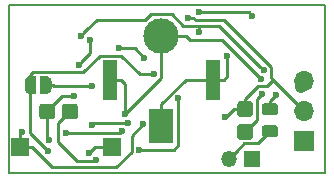
<source format=gbr>
G04 #@! TF.GenerationSoftware,KiCad,Pcbnew,5.1.0*
G04 #@! TF.CreationDate,2019-05-19T21:56:43+02:00*
G04 #@! TF.ProjectId,beeper,62656570-6572-42e6-9b69-6361645f7063,rev?*
G04 #@! TF.SameCoordinates,Original*
G04 #@! TF.FileFunction,Copper,L1,Top*
G04 #@! TF.FilePolarity,Positive*
%FSLAX46Y46*%
G04 Gerber Fmt 4.6, Leading zero omitted, Abs format (unit mm)*
G04 Created by KiCad (PCBNEW 5.1.0) date 2019-05-19 21:56:43*
%MOMM*%
%LPD*%
G04 APERTURE LIST*
%ADD10C,0.150000*%
%ADD11C,0.100000*%
%ADD12C,1.300000*%
%ADD13R,1.700000X1.700000*%
%ADD14O,1.700000X1.700000*%
%ADD15R,1.500000X1.500000*%
%ADD16R,1.350000X1.350000*%
%ADD17O,1.350000X1.350000*%
%ADD18C,0.975000*%
%ADD19R,1.300000X3.400000*%
%ADD20R,2.000000X3.000000*%
%ADD21C,3.000000*%
%ADD22C,0.500000*%
%ADD23C,0.600000*%
%ADD24C,0.250000*%
%ADD25C,1.000000*%
%ADD26C,0.500000*%
G04 APERTURE END LIST*
D10*
X136500000Y-108700000D02*
X136500000Y-94500000D01*
X163300000Y-108700000D02*
X136500000Y-108700000D01*
X163250000Y-94500000D02*
X163300000Y-108700000D01*
X136500000Y-94500000D02*
X163250000Y-94500000D01*
D11*
G36*
X156924504Y-104563704D02*
G01*
X156948773Y-104567304D01*
X156972571Y-104573265D01*
X156995671Y-104581530D01*
X157017849Y-104592020D01*
X157038893Y-104604633D01*
X157058598Y-104619247D01*
X157076777Y-104635723D01*
X157093253Y-104653902D01*
X157107867Y-104673607D01*
X157120480Y-104694651D01*
X157130970Y-104716829D01*
X157139235Y-104739929D01*
X157145196Y-104763727D01*
X157148796Y-104787996D01*
X157150000Y-104812500D01*
X157150000Y-105637500D01*
X157148796Y-105662004D01*
X157145196Y-105686273D01*
X157139235Y-105710071D01*
X157130970Y-105733171D01*
X157120480Y-105755349D01*
X157107867Y-105776393D01*
X157093253Y-105796098D01*
X157076777Y-105814277D01*
X157058598Y-105830753D01*
X157038893Y-105845367D01*
X157017849Y-105857980D01*
X156995671Y-105868470D01*
X156972571Y-105876735D01*
X156948773Y-105882696D01*
X156924504Y-105886296D01*
X156900000Y-105887500D01*
X156100000Y-105887500D01*
X156075496Y-105886296D01*
X156051227Y-105882696D01*
X156027429Y-105876735D01*
X156004329Y-105868470D01*
X155982151Y-105857980D01*
X155961107Y-105845367D01*
X155941402Y-105830753D01*
X155923223Y-105814277D01*
X155906747Y-105796098D01*
X155892133Y-105776393D01*
X155879520Y-105755349D01*
X155869030Y-105733171D01*
X155860765Y-105710071D01*
X155854804Y-105686273D01*
X155851204Y-105662004D01*
X155850000Y-105637500D01*
X155850000Y-104812500D01*
X155851204Y-104787996D01*
X155854804Y-104763727D01*
X155860765Y-104739929D01*
X155869030Y-104716829D01*
X155879520Y-104694651D01*
X155892133Y-104673607D01*
X155906747Y-104653902D01*
X155923223Y-104635723D01*
X155941402Y-104619247D01*
X155961107Y-104604633D01*
X155982151Y-104592020D01*
X156004329Y-104581530D01*
X156027429Y-104573265D01*
X156051227Y-104567304D01*
X156075496Y-104563704D01*
X156100000Y-104562500D01*
X156900000Y-104562500D01*
X156924504Y-104563704D01*
X156924504Y-104563704D01*
G37*
D12*
X156500000Y-105225000D03*
D11*
G36*
X156924504Y-102638704D02*
G01*
X156948773Y-102642304D01*
X156972571Y-102648265D01*
X156995671Y-102656530D01*
X157017849Y-102667020D01*
X157038893Y-102679633D01*
X157058598Y-102694247D01*
X157076777Y-102710723D01*
X157093253Y-102728902D01*
X157107867Y-102748607D01*
X157120480Y-102769651D01*
X157130970Y-102791829D01*
X157139235Y-102814929D01*
X157145196Y-102838727D01*
X157148796Y-102862996D01*
X157150000Y-102887500D01*
X157150000Y-103712500D01*
X157148796Y-103737004D01*
X157145196Y-103761273D01*
X157139235Y-103785071D01*
X157130970Y-103808171D01*
X157120480Y-103830349D01*
X157107867Y-103851393D01*
X157093253Y-103871098D01*
X157076777Y-103889277D01*
X157058598Y-103905753D01*
X157038893Y-103920367D01*
X157017849Y-103932980D01*
X156995671Y-103943470D01*
X156972571Y-103951735D01*
X156948773Y-103957696D01*
X156924504Y-103961296D01*
X156900000Y-103962500D01*
X156100000Y-103962500D01*
X156075496Y-103961296D01*
X156051227Y-103957696D01*
X156027429Y-103951735D01*
X156004329Y-103943470D01*
X155982151Y-103932980D01*
X155961107Y-103920367D01*
X155941402Y-103905753D01*
X155923223Y-103889277D01*
X155906747Y-103871098D01*
X155892133Y-103851393D01*
X155879520Y-103830349D01*
X155869030Y-103808171D01*
X155860765Y-103785071D01*
X155854804Y-103761273D01*
X155851204Y-103737004D01*
X155850000Y-103712500D01*
X155850000Y-102887500D01*
X155851204Y-102862996D01*
X155854804Y-102838727D01*
X155860765Y-102814929D01*
X155869030Y-102791829D01*
X155879520Y-102769651D01*
X155892133Y-102748607D01*
X155906747Y-102728902D01*
X155923223Y-102710723D01*
X155941402Y-102694247D01*
X155961107Y-102679633D01*
X155982151Y-102667020D01*
X156004329Y-102656530D01*
X156027429Y-102648265D01*
X156051227Y-102642304D01*
X156075496Y-102638704D01*
X156100000Y-102637500D01*
X156900000Y-102637500D01*
X156924504Y-102638704D01*
X156924504Y-102638704D01*
G37*
D12*
X156500000Y-103300000D03*
D11*
G36*
X142112004Y-102851204D02*
G01*
X142136273Y-102854804D01*
X142160071Y-102860765D01*
X142183171Y-102869030D01*
X142205349Y-102879520D01*
X142226393Y-102892133D01*
X142246098Y-102906747D01*
X142264277Y-102923223D01*
X142280753Y-102941402D01*
X142295367Y-102961107D01*
X142307980Y-102982151D01*
X142318470Y-103004329D01*
X142326735Y-103027429D01*
X142332696Y-103051227D01*
X142336296Y-103075496D01*
X142337500Y-103100000D01*
X142337500Y-103900000D01*
X142336296Y-103924504D01*
X142332696Y-103948773D01*
X142326735Y-103972571D01*
X142318470Y-103995671D01*
X142307980Y-104017849D01*
X142295367Y-104038893D01*
X142280753Y-104058598D01*
X142264277Y-104076777D01*
X142246098Y-104093253D01*
X142226393Y-104107867D01*
X142205349Y-104120480D01*
X142183171Y-104130970D01*
X142160071Y-104139235D01*
X142136273Y-104145196D01*
X142112004Y-104148796D01*
X142087500Y-104150000D01*
X141262500Y-104150000D01*
X141237996Y-104148796D01*
X141213727Y-104145196D01*
X141189929Y-104139235D01*
X141166829Y-104130970D01*
X141144651Y-104120480D01*
X141123607Y-104107867D01*
X141103902Y-104093253D01*
X141085723Y-104076777D01*
X141069247Y-104058598D01*
X141054633Y-104038893D01*
X141042020Y-104017849D01*
X141031530Y-103995671D01*
X141023265Y-103972571D01*
X141017304Y-103948773D01*
X141013704Y-103924504D01*
X141012500Y-103900000D01*
X141012500Y-103100000D01*
X141013704Y-103075496D01*
X141017304Y-103051227D01*
X141023265Y-103027429D01*
X141031530Y-103004329D01*
X141042020Y-102982151D01*
X141054633Y-102961107D01*
X141069247Y-102941402D01*
X141085723Y-102923223D01*
X141103902Y-102906747D01*
X141123607Y-102892133D01*
X141144651Y-102879520D01*
X141166829Y-102869030D01*
X141189929Y-102860765D01*
X141213727Y-102854804D01*
X141237996Y-102851204D01*
X141262500Y-102850000D01*
X142087500Y-102850000D01*
X142112004Y-102851204D01*
X142112004Y-102851204D01*
G37*
D12*
X141675000Y-103500000D03*
D11*
G36*
X140187004Y-102851204D02*
G01*
X140211273Y-102854804D01*
X140235071Y-102860765D01*
X140258171Y-102869030D01*
X140280349Y-102879520D01*
X140301393Y-102892133D01*
X140321098Y-102906747D01*
X140339277Y-102923223D01*
X140355753Y-102941402D01*
X140370367Y-102961107D01*
X140382980Y-102982151D01*
X140393470Y-103004329D01*
X140401735Y-103027429D01*
X140407696Y-103051227D01*
X140411296Y-103075496D01*
X140412500Y-103100000D01*
X140412500Y-103900000D01*
X140411296Y-103924504D01*
X140407696Y-103948773D01*
X140401735Y-103972571D01*
X140393470Y-103995671D01*
X140382980Y-104017849D01*
X140370367Y-104038893D01*
X140355753Y-104058598D01*
X140339277Y-104076777D01*
X140321098Y-104093253D01*
X140301393Y-104107867D01*
X140280349Y-104120480D01*
X140258171Y-104130970D01*
X140235071Y-104139235D01*
X140211273Y-104145196D01*
X140187004Y-104148796D01*
X140162500Y-104150000D01*
X139337500Y-104150000D01*
X139312996Y-104148796D01*
X139288727Y-104145196D01*
X139264929Y-104139235D01*
X139241829Y-104130970D01*
X139219651Y-104120480D01*
X139198607Y-104107867D01*
X139178902Y-104093253D01*
X139160723Y-104076777D01*
X139144247Y-104058598D01*
X139129633Y-104038893D01*
X139117020Y-104017849D01*
X139106530Y-103995671D01*
X139098265Y-103972571D01*
X139092304Y-103948773D01*
X139088704Y-103924504D01*
X139087500Y-103900000D01*
X139087500Y-103100000D01*
X139088704Y-103075496D01*
X139092304Y-103051227D01*
X139098265Y-103027429D01*
X139106530Y-103004329D01*
X139117020Y-102982151D01*
X139129633Y-102961107D01*
X139144247Y-102941402D01*
X139160723Y-102923223D01*
X139178902Y-102906747D01*
X139198607Y-102892133D01*
X139219651Y-102879520D01*
X139241829Y-102869030D01*
X139264929Y-102860765D01*
X139288727Y-102854804D01*
X139312996Y-102851204D01*
X139337500Y-102850000D01*
X140162500Y-102850000D01*
X140187004Y-102851204D01*
X140187004Y-102851204D01*
G37*
D12*
X139750000Y-103500000D03*
D13*
X161500000Y-106000000D03*
D14*
X161500000Y-103460000D03*
X161500000Y-100920000D03*
D15*
X145225000Y-106500000D03*
X137425000Y-106500000D03*
D16*
X157100000Y-107500000D03*
D17*
X155100000Y-107500000D03*
D11*
G36*
X159080142Y-104688674D02*
G01*
X159103803Y-104692184D01*
X159127007Y-104697996D01*
X159149529Y-104706054D01*
X159171153Y-104716282D01*
X159191670Y-104728579D01*
X159210883Y-104742829D01*
X159228607Y-104758893D01*
X159244671Y-104776617D01*
X159258921Y-104795830D01*
X159271218Y-104816347D01*
X159281446Y-104837971D01*
X159289504Y-104860493D01*
X159295316Y-104883697D01*
X159298826Y-104907358D01*
X159300000Y-104931250D01*
X159300000Y-105418750D01*
X159298826Y-105442642D01*
X159295316Y-105466303D01*
X159289504Y-105489507D01*
X159281446Y-105512029D01*
X159271218Y-105533653D01*
X159258921Y-105554170D01*
X159244671Y-105573383D01*
X159228607Y-105591107D01*
X159210883Y-105607171D01*
X159191670Y-105621421D01*
X159171153Y-105633718D01*
X159149529Y-105643946D01*
X159127007Y-105652004D01*
X159103803Y-105657816D01*
X159080142Y-105661326D01*
X159056250Y-105662500D01*
X158143750Y-105662500D01*
X158119858Y-105661326D01*
X158096197Y-105657816D01*
X158072993Y-105652004D01*
X158050471Y-105643946D01*
X158028847Y-105633718D01*
X158008330Y-105621421D01*
X157989117Y-105607171D01*
X157971393Y-105591107D01*
X157955329Y-105573383D01*
X157941079Y-105554170D01*
X157928782Y-105533653D01*
X157918554Y-105512029D01*
X157910496Y-105489507D01*
X157904684Y-105466303D01*
X157901174Y-105442642D01*
X157900000Y-105418750D01*
X157900000Y-104931250D01*
X157901174Y-104907358D01*
X157904684Y-104883697D01*
X157910496Y-104860493D01*
X157918554Y-104837971D01*
X157928782Y-104816347D01*
X157941079Y-104795830D01*
X157955329Y-104776617D01*
X157971393Y-104758893D01*
X157989117Y-104742829D01*
X158008330Y-104728579D01*
X158028847Y-104716282D01*
X158050471Y-104706054D01*
X158072993Y-104697996D01*
X158096197Y-104692184D01*
X158119858Y-104688674D01*
X158143750Y-104687500D01*
X159056250Y-104687500D01*
X159080142Y-104688674D01*
X159080142Y-104688674D01*
G37*
D18*
X158600000Y-105175000D03*
D11*
G36*
X159080142Y-102813674D02*
G01*
X159103803Y-102817184D01*
X159127007Y-102822996D01*
X159149529Y-102831054D01*
X159171153Y-102841282D01*
X159191670Y-102853579D01*
X159210883Y-102867829D01*
X159228607Y-102883893D01*
X159244671Y-102901617D01*
X159258921Y-102920830D01*
X159271218Y-102941347D01*
X159281446Y-102962971D01*
X159289504Y-102985493D01*
X159295316Y-103008697D01*
X159298826Y-103032358D01*
X159300000Y-103056250D01*
X159300000Y-103543750D01*
X159298826Y-103567642D01*
X159295316Y-103591303D01*
X159289504Y-103614507D01*
X159281446Y-103637029D01*
X159271218Y-103658653D01*
X159258921Y-103679170D01*
X159244671Y-103698383D01*
X159228607Y-103716107D01*
X159210883Y-103732171D01*
X159191670Y-103746421D01*
X159171153Y-103758718D01*
X159149529Y-103768946D01*
X159127007Y-103777004D01*
X159103803Y-103782816D01*
X159080142Y-103786326D01*
X159056250Y-103787500D01*
X158143750Y-103787500D01*
X158119858Y-103786326D01*
X158096197Y-103782816D01*
X158072993Y-103777004D01*
X158050471Y-103768946D01*
X158028847Y-103758718D01*
X158008330Y-103746421D01*
X157989117Y-103732171D01*
X157971393Y-103716107D01*
X157955329Y-103698383D01*
X157941079Y-103679170D01*
X157928782Y-103658653D01*
X157918554Y-103637029D01*
X157910496Y-103614507D01*
X157904684Y-103591303D01*
X157901174Y-103567642D01*
X157900000Y-103543750D01*
X157900000Y-103056250D01*
X157901174Y-103032358D01*
X157904684Y-103008697D01*
X157910496Y-102985493D01*
X157918554Y-102962971D01*
X157928782Y-102941347D01*
X157941079Y-102920830D01*
X157955329Y-102901617D01*
X157971393Y-102883893D01*
X157989117Y-102867829D01*
X158008330Y-102853579D01*
X158028847Y-102841282D01*
X158050471Y-102831054D01*
X158072993Y-102822996D01*
X158096197Y-102817184D01*
X158119858Y-102813674D01*
X158143750Y-102812500D01*
X159056250Y-102812500D01*
X159080142Y-102813674D01*
X159080142Y-102813674D01*
G37*
D18*
X158600000Y-103300000D03*
D19*
X153800000Y-100800000D03*
X145100000Y-100800000D03*
D20*
X149400000Y-104700000D03*
D21*
X149400000Y-97100000D03*
D22*
X139625000Y-101250000D03*
D11*
G36*
X139125000Y-100500000D02*
G01*
X139625000Y-100500000D01*
X139625000Y-100500602D01*
X139649534Y-100500602D01*
X139698365Y-100505412D01*
X139746490Y-100514984D01*
X139793445Y-100529228D01*
X139838778Y-100548005D01*
X139882051Y-100571136D01*
X139922850Y-100598396D01*
X139960779Y-100629524D01*
X139995476Y-100664221D01*
X140026604Y-100702150D01*
X140053864Y-100742949D01*
X140076995Y-100786222D01*
X140095772Y-100831555D01*
X140110016Y-100878510D01*
X140119588Y-100926635D01*
X140124398Y-100975466D01*
X140124398Y-101000000D01*
X140125000Y-101000000D01*
X140125000Y-101500000D01*
X140124398Y-101500000D01*
X140124398Y-101524534D01*
X140119588Y-101573365D01*
X140110016Y-101621490D01*
X140095772Y-101668445D01*
X140076995Y-101713778D01*
X140053864Y-101757051D01*
X140026604Y-101797850D01*
X139995476Y-101835779D01*
X139960779Y-101870476D01*
X139922850Y-101901604D01*
X139882051Y-101928864D01*
X139838778Y-101951995D01*
X139793445Y-101970772D01*
X139746490Y-101985016D01*
X139698365Y-101994588D01*
X139649534Y-101999398D01*
X139625000Y-101999398D01*
X139625000Y-102000000D01*
X139125000Y-102000000D01*
X139125000Y-100500000D01*
X139125000Y-100500000D01*
G37*
D22*
X138325000Y-101250000D03*
D11*
G36*
X138325000Y-101999398D02*
G01*
X138300466Y-101999398D01*
X138251635Y-101994588D01*
X138203510Y-101985016D01*
X138156555Y-101970772D01*
X138111222Y-101951995D01*
X138067949Y-101928864D01*
X138027150Y-101901604D01*
X137989221Y-101870476D01*
X137954524Y-101835779D01*
X137923396Y-101797850D01*
X137896136Y-101757051D01*
X137873005Y-101713778D01*
X137854228Y-101668445D01*
X137839984Y-101621490D01*
X137830412Y-101573365D01*
X137825602Y-101524534D01*
X137825602Y-101500000D01*
X137825000Y-101500000D01*
X137825000Y-101000000D01*
X137825602Y-101000000D01*
X137825602Y-100975466D01*
X137830412Y-100926635D01*
X137839984Y-100878510D01*
X137854228Y-100831555D01*
X137873005Y-100786222D01*
X137896136Y-100742949D01*
X137923396Y-100702150D01*
X137954524Y-100664221D01*
X137989221Y-100629524D01*
X138027150Y-100598396D01*
X138067949Y-100571136D01*
X138111222Y-100548005D01*
X138156555Y-100529228D01*
X138203510Y-100514984D01*
X138251635Y-100505412D01*
X138300466Y-100500602D01*
X138325000Y-100500602D01*
X138325000Y-100500000D01*
X138825000Y-100500000D01*
X138825000Y-102000000D01*
X138325000Y-102000000D01*
X138325000Y-101999398D01*
X138325000Y-101999398D01*
G37*
D23*
X155000000Y-98805000D03*
X143272749Y-107049980D03*
X139900000Y-105900000D03*
X142024971Y-102225011D03*
X142600000Y-97100000D03*
X158089373Y-99998542D03*
X152600000Y-96800000D03*
X157100000Y-95400000D03*
X152600000Y-95100000D03*
X154800000Y-104000000D03*
X151694504Y-95573667D03*
X143400000Y-97450000D03*
X142409301Y-99549980D03*
X147975012Y-98983965D03*
X145842450Y-98149989D03*
X146600000Y-104500000D03*
X143506849Y-104615751D03*
X157900000Y-102000000D03*
X143900000Y-107574990D03*
X141300000Y-105300000D03*
X146100000Y-105125010D03*
X147512991Y-106733469D03*
X150863357Y-102347937D03*
X143499951Y-101336284D03*
X146347014Y-103741042D03*
X159120767Y-102126002D03*
X157814876Y-100749988D03*
X147900000Y-104600000D03*
X137625011Y-105220861D03*
X139825000Y-106850000D03*
X148775000Y-100350000D03*
D24*
X149000000Y-104300000D02*
X149400000Y-104700000D01*
X155774999Y-106825001D02*
X155100000Y-107500000D01*
X156387490Y-106212510D02*
X155774999Y-106825001D01*
X157562490Y-106212510D02*
X156387490Y-106212510D01*
X158600000Y-105175000D02*
X157562490Y-106212510D01*
X153600000Y-100600000D02*
X153800000Y-100800000D01*
X151486290Y-100800000D02*
X152900000Y-100800000D01*
X152900000Y-100800000D02*
X153800000Y-100800000D01*
X149400000Y-102886290D02*
X151486290Y-100800000D01*
X149400000Y-104700000D02*
X149400000Y-102886290D01*
X153800000Y-100800000D02*
X153800000Y-99750000D01*
X155000000Y-100500000D02*
X155000000Y-98805000D01*
X154700000Y-100800000D02*
X155000000Y-100500000D01*
X153800000Y-100800000D02*
X154700000Y-100800000D01*
X145225000Y-106500000D02*
X143822729Y-106500000D01*
X143822729Y-106500000D02*
X143572748Y-106749981D01*
X143572748Y-106749981D02*
X143272749Y-107049980D01*
X139750000Y-105750000D02*
X139900000Y-105900000D01*
X139750000Y-103500000D02*
X139750000Y-105750000D01*
X141024989Y-102225011D02*
X141600707Y-102225011D01*
X141600707Y-102225011D02*
X142024971Y-102225011D01*
X139750000Y-103500000D02*
X141024989Y-102225011D01*
X143236001Y-96463999D02*
X142899999Y-96800001D01*
X142899999Y-96800001D02*
X142600000Y-97100000D01*
X157789374Y-99698543D02*
X158089373Y-99998542D01*
X142899999Y-96800001D02*
X143925001Y-95774999D01*
X148023999Y-95774999D02*
X148523999Y-95274999D01*
X148523999Y-95274999D02*
X150276001Y-95274999D01*
X143925001Y-95774999D02*
X148023999Y-95774999D01*
X150276001Y-95274999D02*
X151225990Y-96224988D01*
X154315819Y-96224988D02*
X157789374Y-99698543D01*
X152600000Y-96800000D02*
X152600000Y-96324988D01*
X151225990Y-96224988D02*
X152500000Y-96224988D01*
X152600000Y-96324988D02*
X152500000Y-96224988D01*
X152500000Y-96224988D02*
X154315819Y-96224988D01*
D25*
X161260000Y-101400000D02*
X161400000Y-101260000D01*
D24*
X157100000Y-95400000D02*
X156800001Y-95100001D01*
X156800001Y-95100001D02*
X153024264Y-95100000D01*
X153024264Y-95100000D02*
X152600000Y-95100000D01*
D26*
X161400000Y-103800000D02*
X161200000Y-103800000D01*
D24*
X161340000Y-103300000D02*
X161500000Y-103460000D01*
X155600000Y-103300000D02*
X156500000Y-103300000D01*
X154900000Y-104000000D02*
X155600000Y-103300000D01*
X156500000Y-103300000D02*
X156500000Y-102722178D01*
X157599998Y-101374998D02*
X158385002Y-101374998D01*
X156500000Y-102474996D02*
X157599998Y-101374998D01*
X156500000Y-103300000D02*
X156500000Y-102474996D01*
X158385002Y-101374998D02*
X158900000Y-100860000D01*
X152118768Y-95573667D02*
X151694504Y-95573667D01*
X154750285Y-95774977D02*
X152320078Y-95774977D01*
X152320078Y-95774977D02*
X152118768Y-95573667D01*
X158714375Y-100674375D02*
X158714375Y-99739067D01*
X158714375Y-99739067D02*
X154750285Y-95774977D01*
X161500000Y-103460000D02*
X158714375Y-100674375D01*
X143400000Y-97450000D02*
X143400000Y-98559281D01*
X142709300Y-99249981D02*
X142409301Y-99549980D01*
X143400000Y-98559281D02*
X142709300Y-99249981D01*
X147141036Y-98149989D02*
X146266714Y-98149989D01*
X147975012Y-98983965D02*
X147141036Y-98149989D01*
X146266714Y-98149989D02*
X145842450Y-98149989D01*
X146600000Y-104500000D02*
X143622600Y-104500000D01*
X143622600Y-104500000D02*
X143506849Y-104615751D01*
X156500000Y-105225000D02*
X157475010Y-104249990D01*
X157475010Y-104249990D02*
X157475010Y-102424990D01*
X157475010Y-102424990D02*
X157900000Y-102000000D01*
X142266090Y-107674990D02*
X143800000Y-107674990D01*
X143800000Y-107674990D02*
X143900000Y-107574990D01*
X140674998Y-106083898D02*
X142266090Y-107674990D01*
X141675000Y-103500000D02*
X140674998Y-104500002D01*
X140674998Y-104500002D02*
X140674998Y-106083898D01*
X141399988Y-105200012D02*
X141300000Y-105300000D01*
X145925010Y-105300000D02*
X146100000Y-105125010D01*
X141300000Y-105300000D02*
X145925010Y-105300000D01*
X150863357Y-106321645D02*
X150863357Y-102347937D01*
X150451533Y-106733469D02*
X150863357Y-106321645D01*
X147512991Y-106733469D02*
X150451533Y-106733469D01*
X143075687Y-101336284D02*
X143499951Y-101336284D01*
X139625000Y-101250000D02*
X140225000Y-101250000D01*
X140311284Y-101336284D02*
X143075687Y-101336284D01*
X140225000Y-101250000D02*
X140311284Y-101336284D01*
X158600000Y-102646769D02*
X158820768Y-102426001D01*
X158820768Y-102426001D02*
X159120767Y-102126002D01*
X158600000Y-103300000D02*
X158600000Y-102646769D01*
X146347014Y-103316778D02*
X146347014Y-103741042D01*
X146000000Y-100800000D02*
X145100000Y-100800000D01*
X146347014Y-101147014D02*
X146000000Y-100800000D01*
X146347014Y-103741042D02*
X146347014Y-101147014D01*
X151846321Y-97425001D02*
X154550005Y-97425001D01*
X151521320Y-97100000D02*
X151846321Y-97425001D01*
X157514877Y-100389873D02*
X157514877Y-100449989D01*
X154550005Y-97425001D02*
X157514877Y-100389873D01*
X157514877Y-100449989D02*
X157814876Y-100749988D01*
X149400000Y-97100000D02*
X151521320Y-97100000D01*
X146347014Y-103741042D02*
X149400000Y-100688056D01*
X149400000Y-100688056D02*
X149400000Y-99221320D01*
X149400000Y-99221320D02*
X149400000Y-97100000D01*
X137425000Y-105420872D02*
X137625011Y-105220861D01*
X137425000Y-106500000D02*
X137425000Y-105420872D01*
X146887990Y-105612010D02*
X146887990Y-106922012D01*
X140124991Y-108199991D02*
X138425000Y-106500000D01*
X138425000Y-106500000D02*
X137425000Y-106500000D01*
X145610011Y-108199991D02*
X140124991Y-108199991D01*
X146887990Y-106922012D02*
X145610011Y-108199991D01*
X147900000Y-104600000D02*
X146887990Y-105612010D01*
X138325000Y-101250000D02*
X138325000Y-105350000D01*
X138325000Y-105350000D02*
X139825000Y-106850000D01*
X138325000Y-100402408D02*
X138325000Y-101250000D01*
X138552418Y-100174990D02*
X138325000Y-100402408D01*
X142790008Y-100174990D02*
X138552418Y-100174990D01*
X144189999Y-98774999D02*
X142790008Y-100174990D01*
X146010001Y-98774999D02*
X144189999Y-98774999D01*
X148775000Y-100350000D02*
X147585002Y-100350000D01*
X147585002Y-100350000D02*
X146010001Y-98774999D01*
M02*

</source>
